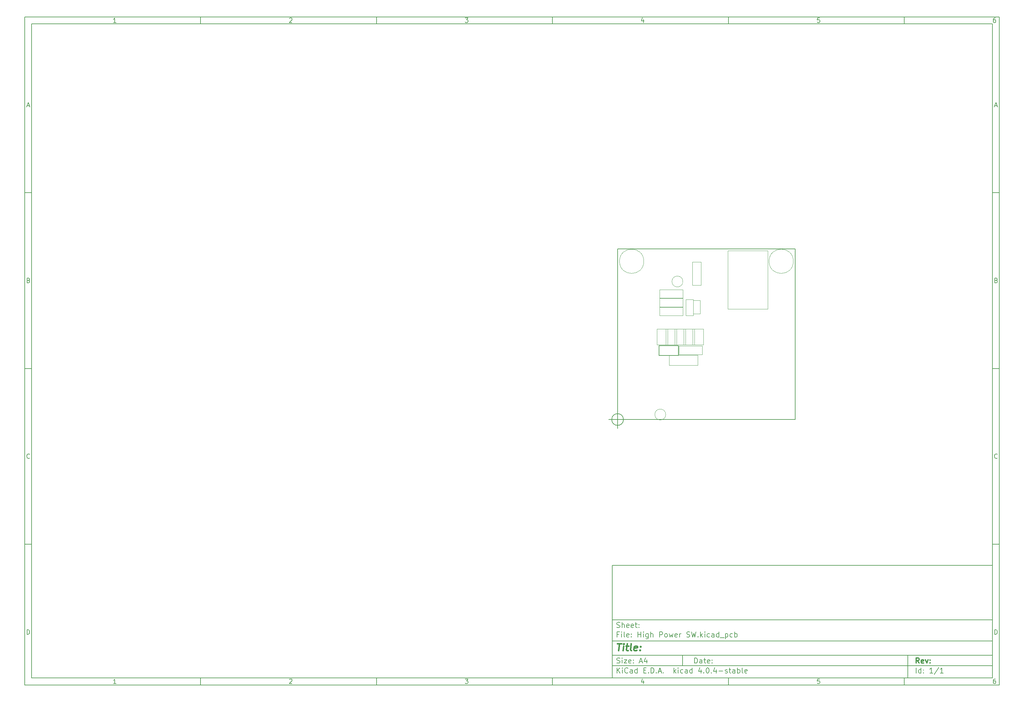
<source format=gbr>
G04 #@! TF.FileFunction,Other,User*
%FSLAX46Y46*%
G04 Gerber Fmt 4.6, Leading zero omitted, Abs format (unit mm)*
G04 Created by KiCad (PCBNEW 4.0.4-stable) date 11/23/16 08:14:28*
%MOMM*%
%LPD*%
G01*
G04 APERTURE LIST*
%ADD10C,0.100000*%
%ADD11C,0.150000*%
%ADD12C,0.300000*%
%ADD13C,0.400000*%
%ADD14C,0.050000*%
G04 APERTURE END LIST*
D10*
D11*
X177002200Y-166007200D02*
X177002200Y-198007200D01*
X285002200Y-198007200D01*
X285002200Y-166007200D01*
X177002200Y-166007200D01*
D10*
D11*
X10000000Y-10000000D02*
X10000000Y-200007200D01*
X287002200Y-200007200D01*
X287002200Y-10000000D01*
X10000000Y-10000000D01*
D10*
D11*
X12000000Y-12000000D02*
X12000000Y-198007200D01*
X285002200Y-198007200D01*
X285002200Y-12000000D01*
X12000000Y-12000000D01*
D10*
D11*
X60000000Y-12000000D02*
X60000000Y-10000000D01*
D10*
D11*
X110000000Y-12000000D02*
X110000000Y-10000000D01*
D10*
D11*
X160000000Y-12000000D02*
X160000000Y-10000000D01*
D10*
D11*
X210000000Y-12000000D02*
X210000000Y-10000000D01*
D10*
D11*
X260000000Y-12000000D02*
X260000000Y-10000000D01*
D10*
D11*
X35990476Y-11588095D02*
X35247619Y-11588095D01*
X35619048Y-11588095D02*
X35619048Y-10288095D01*
X35495238Y-10473810D01*
X35371429Y-10597619D01*
X35247619Y-10659524D01*
D10*
D11*
X85247619Y-10411905D02*
X85309524Y-10350000D01*
X85433333Y-10288095D01*
X85742857Y-10288095D01*
X85866667Y-10350000D01*
X85928571Y-10411905D01*
X85990476Y-10535714D01*
X85990476Y-10659524D01*
X85928571Y-10845238D01*
X85185714Y-11588095D01*
X85990476Y-11588095D01*
D10*
D11*
X135185714Y-10288095D02*
X135990476Y-10288095D01*
X135557143Y-10783333D01*
X135742857Y-10783333D01*
X135866667Y-10845238D01*
X135928571Y-10907143D01*
X135990476Y-11030952D01*
X135990476Y-11340476D01*
X135928571Y-11464286D01*
X135866667Y-11526190D01*
X135742857Y-11588095D01*
X135371429Y-11588095D01*
X135247619Y-11526190D01*
X135185714Y-11464286D01*
D10*
D11*
X185866667Y-10721429D02*
X185866667Y-11588095D01*
X185557143Y-10226190D02*
X185247619Y-11154762D01*
X186052381Y-11154762D01*
D10*
D11*
X235928571Y-10288095D02*
X235309524Y-10288095D01*
X235247619Y-10907143D01*
X235309524Y-10845238D01*
X235433333Y-10783333D01*
X235742857Y-10783333D01*
X235866667Y-10845238D01*
X235928571Y-10907143D01*
X235990476Y-11030952D01*
X235990476Y-11340476D01*
X235928571Y-11464286D01*
X235866667Y-11526190D01*
X235742857Y-11588095D01*
X235433333Y-11588095D01*
X235309524Y-11526190D01*
X235247619Y-11464286D01*
D10*
D11*
X285866667Y-10288095D02*
X285619048Y-10288095D01*
X285495238Y-10350000D01*
X285433333Y-10411905D01*
X285309524Y-10597619D01*
X285247619Y-10845238D01*
X285247619Y-11340476D01*
X285309524Y-11464286D01*
X285371429Y-11526190D01*
X285495238Y-11588095D01*
X285742857Y-11588095D01*
X285866667Y-11526190D01*
X285928571Y-11464286D01*
X285990476Y-11340476D01*
X285990476Y-11030952D01*
X285928571Y-10907143D01*
X285866667Y-10845238D01*
X285742857Y-10783333D01*
X285495238Y-10783333D01*
X285371429Y-10845238D01*
X285309524Y-10907143D01*
X285247619Y-11030952D01*
D10*
D11*
X60000000Y-198007200D02*
X60000000Y-200007200D01*
D10*
D11*
X110000000Y-198007200D02*
X110000000Y-200007200D01*
D10*
D11*
X160000000Y-198007200D02*
X160000000Y-200007200D01*
D10*
D11*
X210000000Y-198007200D02*
X210000000Y-200007200D01*
D10*
D11*
X260000000Y-198007200D02*
X260000000Y-200007200D01*
D10*
D11*
X35990476Y-199595295D02*
X35247619Y-199595295D01*
X35619048Y-199595295D02*
X35619048Y-198295295D01*
X35495238Y-198481010D01*
X35371429Y-198604819D01*
X35247619Y-198666724D01*
D10*
D11*
X85247619Y-198419105D02*
X85309524Y-198357200D01*
X85433333Y-198295295D01*
X85742857Y-198295295D01*
X85866667Y-198357200D01*
X85928571Y-198419105D01*
X85990476Y-198542914D01*
X85990476Y-198666724D01*
X85928571Y-198852438D01*
X85185714Y-199595295D01*
X85990476Y-199595295D01*
D10*
D11*
X135185714Y-198295295D02*
X135990476Y-198295295D01*
X135557143Y-198790533D01*
X135742857Y-198790533D01*
X135866667Y-198852438D01*
X135928571Y-198914343D01*
X135990476Y-199038152D01*
X135990476Y-199347676D01*
X135928571Y-199471486D01*
X135866667Y-199533390D01*
X135742857Y-199595295D01*
X135371429Y-199595295D01*
X135247619Y-199533390D01*
X135185714Y-199471486D01*
D10*
D11*
X185866667Y-198728629D02*
X185866667Y-199595295D01*
X185557143Y-198233390D02*
X185247619Y-199161962D01*
X186052381Y-199161962D01*
D10*
D11*
X235928571Y-198295295D02*
X235309524Y-198295295D01*
X235247619Y-198914343D01*
X235309524Y-198852438D01*
X235433333Y-198790533D01*
X235742857Y-198790533D01*
X235866667Y-198852438D01*
X235928571Y-198914343D01*
X235990476Y-199038152D01*
X235990476Y-199347676D01*
X235928571Y-199471486D01*
X235866667Y-199533390D01*
X235742857Y-199595295D01*
X235433333Y-199595295D01*
X235309524Y-199533390D01*
X235247619Y-199471486D01*
D10*
D11*
X285866667Y-198295295D02*
X285619048Y-198295295D01*
X285495238Y-198357200D01*
X285433333Y-198419105D01*
X285309524Y-198604819D01*
X285247619Y-198852438D01*
X285247619Y-199347676D01*
X285309524Y-199471486D01*
X285371429Y-199533390D01*
X285495238Y-199595295D01*
X285742857Y-199595295D01*
X285866667Y-199533390D01*
X285928571Y-199471486D01*
X285990476Y-199347676D01*
X285990476Y-199038152D01*
X285928571Y-198914343D01*
X285866667Y-198852438D01*
X285742857Y-198790533D01*
X285495238Y-198790533D01*
X285371429Y-198852438D01*
X285309524Y-198914343D01*
X285247619Y-199038152D01*
D10*
D11*
X10000000Y-60000000D02*
X12000000Y-60000000D01*
D10*
D11*
X10000000Y-110000000D02*
X12000000Y-110000000D01*
D10*
D11*
X10000000Y-160000000D02*
X12000000Y-160000000D01*
D10*
D11*
X10690476Y-35216667D02*
X11309524Y-35216667D01*
X10566667Y-35588095D02*
X11000000Y-34288095D01*
X11433333Y-35588095D01*
D10*
D11*
X11092857Y-84907143D02*
X11278571Y-84969048D01*
X11340476Y-85030952D01*
X11402381Y-85154762D01*
X11402381Y-85340476D01*
X11340476Y-85464286D01*
X11278571Y-85526190D01*
X11154762Y-85588095D01*
X10659524Y-85588095D01*
X10659524Y-84288095D01*
X11092857Y-84288095D01*
X11216667Y-84350000D01*
X11278571Y-84411905D01*
X11340476Y-84535714D01*
X11340476Y-84659524D01*
X11278571Y-84783333D01*
X11216667Y-84845238D01*
X11092857Y-84907143D01*
X10659524Y-84907143D01*
D10*
D11*
X11402381Y-135464286D02*
X11340476Y-135526190D01*
X11154762Y-135588095D01*
X11030952Y-135588095D01*
X10845238Y-135526190D01*
X10721429Y-135402381D01*
X10659524Y-135278571D01*
X10597619Y-135030952D01*
X10597619Y-134845238D01*
X10659524Y-134597619D01*
X10721429Y-134473810D01*
X10845238Y-134350000D01*
X11030952Y-134288095D01*
X11154762Y-134288095D01*
X11340476Y-134350000D01*
X11402381Y-134411905D01*
D10*
D11*
X10659524Y-185588095D02*
X10659524Y-184288095D01*
X10969048Y-184288095D01*
X11154762Y-184350000D01*
X11278571Y-184473810D01*
X11340476Y-184597619D01*
X11402381Y-184845238D01*
X11402381Y-185030952D01*
X11340476Y-185278571D01*
X11278571Y-185402381D01*
X11154762Y-185526190D01*
X10969048Y-185588095D01*
X10659524Y-185588095D01*
D10*
D11*
X287002200Y-60000000D02*
X285002200Y-60000000D01*
D10*
D11*
X287002200Y-110000000D02*
X285002200Y-110000000D01*
D10*
D11*
X287002200Y-160000000D02*
X285002200Y-160000000D01*
D10*
D11*
X285692676Y-35216667D02*
X286311724Y-35216667D01*
X285568867Y-35588095D02*
X286002200Y-34288095D01*
X286435533Y-35588095D01*
D10*
D11*
X286095057Y-84907143D02*
X286280771Y-84969048D01*
X286342676Y-85030952D01*
X286404581Y-85154762D01*
X286404581Y-85340476D01*
X286342676Y-85464286D01*
X286280771Y-85526190D01*
X286156962Y-85588095D01*
X285661724Y-85588095D01*
X285661724Y-84288095D01*
X286095057Y-84288095D01*
X286218867Y-84350000D01*
X286280771Y-84411905D01*
X286342676Y-84535714D01*
X286342676Y-84659524D01*
X286280771Y-84783333D01*
X286218867Y-84845238D01*
X286095057Y-84907143D01*
X285661724Y-84907143D01*
D10*
D11*
X286404581Y-135464286D02*
X286342676Y-135526190D01*
X286156962Y-135588095D01*
X286033152Y-135588095D01*
X285847438Y-135526190D01*
X285723629Y-135402381D01*
X285661724Y-135278571D01*
X285599819Y-135030952D01*
X285599819Y-134845238D01*
X285661724Y-134597619D01*
X285723629Y-134473810D01*
X285847438Y-134350000D01*
X286033152Y-134288095D01*
X286156962Y-134288095D01*
X286342676Y-134350000D01*
X286404581Y-134411905D01*
D10*
D11*
X285661724Y-185588095D02*
X285661724Y-184288095D01*
X285971248Y-184288095D01*
X286156962Y-184350000D01*
X286280771Y-184473810D01*
X286342676Y-184597619D01*
X286404581Y-184845238D01*
X286404581Y-185030952D01*
X286342676Y-185278571D01*
X286280771Y-185402381D01*
X286156962Y-185526190D01*
X285971248Y-185588095D01*
X285661724Y-185588095D01*
D10*
D11*
X200359343Y-193785771D02*
X200359343Y-192285771D01*
X200716486Y-192285771D01*
X200930771Y-192357200D01*
X201073629Y-192500057D01*
X201145057Y-192642914D01*
X201216486Y-192928629D01*
X201216486Y-193142914D01*
X201145057Y-193428629D01*
X201073629Y-193571486D01*
X200930771Y-193714343D01*
X200716486Y-193785771D01*
X200359343Y-193785771D01*
X202502200Y-193785771D02*
X202502200Y-193000057D01*
X202430771Y-192857200D01*
X202287914Y-192785771D01*
X202002200Y-192785771D01*
X201859343Y-192857200D01*
X202502200Y-193714343D02*
X202359343Y-193785771D01*
X202002200Y-193785771D01*
X201859343Y-193714343D01*
X201787914Y-193571486D01*
X201787914Y-193428629D01*
X201859343Y-193285771D01*
X202002200Y-193214343D01*
X202359343Y-193214343D01*
X202502200Y-193142914D01*
X203002200Y-192785771D02*
X203573629Y-192785771D01*
X203216486Y-192285771D02*
X203216486Y-193571486D01*
X203287914Y-193714343D01*
X203430772Y-193785771D01*
X203573629Y-193785771D01*
X204645057Y-193714343D02*
X204502200Y-193785771D01*
X204216486Y-193785771D01*
X204073629Y-193714343D01*
X204002200Y-193571486D01*
X204002200Y-193000057D01*
X204073629Y-192857200D01*
X204216486Y-192785771D01*
X204502200Y-192785771D01*
X204645057Y-192857200D01*
X204716486Y-193000057D01*
X204716486Y-193142914D01*
X204002200Y-193285771D01*
X205359343Y-193642914D02*
X205430771Y-193714343D01*
X205359343Y-193785771D01*
X205287914Y-193714343D01*
X205359343Y-193642914D01*
X205359343Y-193785771D01*
X205359343Y-192857200D02*
X205430771Y-192928629D01*
X205359343Y-193000057D01*
X205287914Y-192928629D01*
X205359343Y-192857200D01*
X205359343Y-193000057D01*
D10*
D11*
X177002200Y-194507200D02*
X285002200Y-194507200D01*
D10*
D11*
X178359343Y-196585771D02*
X178359343Y-195085771D01*
X179216486Y-196585771D02*
X178573629Y-195728629D01*
X179216486Y-195085771D02*
X178359343Y-195942914D01*
X179859343Y-196585771D02*
X179859343Y-195585771D01*
X179859343Y-195085771D02*
X179787914Y-195157200D01*
X179859343Y-195228629D01*
X179930771Y-195157200D01*
X179859343Y-195085771D01*
X179859343Y-195228629D01*
X181430772Y-196442914D02*
X181359343Y-196514343D01*
X181145057Y-196585771D01*
X181002200Y-196585771D01*
X180787915Y-196514343D01*
X180645057Y-196371486D01*
X180573629Y-196228629D01*
X180502200Y-195942914D01*
X180502200Y-195728629D01*
X180573629Y-195442914D01*
X180645057Y-195300057D01*
X180787915Y-195157200D01*
X181002200Y-195085771D01*
X181145057Y-195085771D01*
X181359343Y-195157200D01*
X181430772Y-195228629D01*
X182716486Y-196585771D02*
X182716486Y-195800057D01*
X182645057Y-195657200D01*
X182502200Y-195585771D01*
X182216486Y-195585771D01*
X182073629Y-195657200D01*
X182716486Y-196514343D02*
X182573629Y-196585771D01*
X182216486Y-196585771D01*
X182073629Y-196514343D01*
X182002200Y-196371486D01*
X182002200Y-196228629D01*
X182073629Y-196085771D01*
X182216486Y-196014343D01*
X182573629Y-196014343D01*
X182716486Y-195942914D01*
X184073629Y-196585771D02*
X184073629Y-195085771D01*
X184073629Y-196514343D02*
X183930772Y-196585771D01*
X183645058Y-196585771D01*
X183502200Y-196514343D01*
X183430772Y-196442914D01*
X183359343Y-196300057D01*
X183359343Y-195871486D01*
X183430772Y-195728629D01*
X183502200Y-195657200D01*
X183645058Y-195585771D01*
X183930772Y-195585771D01*
X184073629Y-195657200D01*
X185930772Y-195800057D02*
X186430772Y-195800057D01*
X186645058Y-196585771D02*
X185930772Y-196585771D01*
X185930772Y-195085771D01*
X186645058Y-195085771D01*
X187287915Y-196442914D02*
X187359343Y-196514343D01*
X187287915Y-196585771D01*
X187216486Y-196514343D01*
X187287915Y-196442914D01*
X187287915Y-196585771D01*
X188002201Y-196585771D02*
X188002201Y-195085771D01*
X188359344Y-195085771D01*
X188573629Y-195157200D01*
X188716487Y-195300057D01*
X188787915Y-195442914D01*
X188859344Y-195728629D01*
X188859344Y-195942914D01*
X188787915Y-196228629D01*
X188716487Y-196371486D01*
X188573629Y-196514343D01*
X188359344Y-196585771D01*
X188002201Y-196585771D01*
X189502201Y-196442914D02*
X189573629Y-196514343D01*
X189502201Y-196585771D01*
X189430772Y-196514343D01*
X189502201Y-196442914D01*
X189502201Y-196585771D01*
X190145058Y-196157200D02*
X190859344Y-196157200D01*
X190002201Y-196585771D02*
X190502201Y-195085771D01*
X191002201Y-196585771D01*
X191502201Y-196442914D02*
X191573629Y-196514343D01*
X191502201Y-196585771D01*
X191430772Y-196514343D01*
X191502201Y-196442914D01*
X191502201Y-196585771D01*
X194502201Y-196585771D02*
X194502201Y-195085771D01*
X194645058Y-196014343D02*
X195073629Y-196585771D01*
X195073629Y-195585771D02*
X194502201Y-196157200D01*
X195716487Y-196585771D02*
X195716487Y-195585771D01*
X195716487Y-195085771D02*
X195645058Y-195157200D01*
X195716487Y-195228629D01*
X195787915Y-195157200D01*
X195716487Y-195085771D01*
X195716487Y-195228629D01*
X197073630Y-196514343D02*
X196930773Y-196585771D01*
X196645059Y-196585771D01*
X196502201Y-196514343D01*
X196430773Y-196442914D01*
X196359344Y-196300057D01*
X196359344Y-195871486D01*
X196430773Y-195728629D01*
X196502201Y-195657200D01*
X196645059Y-195585771D01*
X196930773Y-195585771D01*
X197073630Y-195657200D01*
X198359344Y-196585771D02*
X198359344Y-195800057D01*
X198287915Y-195657200D01*
X198145058Y-195585771D01*
X197859344Y-195585771D01*
X197716487Y-195657200D01*
X198359344Y-196514343D02*
X198216487Y-196585771D01*
X197859344Y-196585771D01*
X197716487Y-196514343D01*
X197645058Y-196371486D01*
X197645058Y-196228629D01*
X197716487Y-196085771D01*
X197859344Y-196014343D01*
X198216487Y-196014343D01*
X198359344Y-195942914D01*
X199716487Y-196585771D02*
X199716487Y-195085771D01*
X199716487Y-196514343D02*
X199573630Y-196585771D01*
X199287916Y-196585771D01*
X199145058Y-196514343D01*
X199073630Y-196442914D01*
X199002201Y-196300057D01*
X199002201Y-195871486D01*
X199073630Y-195728629D01*
X199145058Y-195657200D01*
X199287916Y-195585771D01*
X199573630Y-195585771D01*
X199716487Y-195657200D01*
X202216487Y-195585771D02*
X202216487Y-196585771D01*
X201859344Y-195014343D02*
X201502201Y-196085771D01*
X202430773Y-196085771D01*
X203002201Y-196442914D02*
X203073629Y-196514343D01*
X203002201Y-196585771D01*
X202930772Y-196514343D01*
X203002201Y-196442914D01*
X203002201Y-196585771D01*
X204002201Y-195085771D02*
X204145058Y-195085771D01*
X204287915Y-195157200D01*
X204359344Y-195228629D01*
X204430773Y-195371486D01*
X204502201Y-195657200D01*
X204502201Y-196014343D01*
X204430773Y-196300057D01*
X204359344Y-196442914D01*
X204287915Y-196514343D01*
X204145058Y-196585771D01*
X204002201Y-196585771D01*
X203859344Y-196514343D01*
X203787915Y-196442914D01*
X203716487Y-196300057D01*
X203645058Y-196014343D01*
X203645058Y-195657200D01*
X203716487Y-195371486D01*
X203787915Y-195228629D01*
X203859344Y-195157200D01*
X204002201Y-195085771D01*
X205145058Y-196442914D02*
X205216486Y-196514343D01*
X205145058Y-196585771D01*
X205073629Y-196514343D01*
X205145058Y-196442914D01*
X205145058Y-196585771D01*
X206502201Y-195585771D02*
X206502201Y-196585771D01*
X206145058Y-195014343D02*
X205787915Y-196085771D01*
X206716487Y-196085771D01*
X207287915Y-196014343D02*
X208430772Y-196014343D01*
X209073629Y-196514343D02*
X209216486Y-196585771D01*
X209502201Y-196585771D01*
X209645058Y-196514343D01*
X209716486Y-196371486D01*
X209716486Y-196300057D01*
X209645058Y-196157200D01*
X209502201Y-196085771D01*
X209287915Y-196085771D01*
X209145058Y-196014343D01*
X209073629Y-195871486D01*
X209073629Y-195800057D01*
X209145058Y-195657200D01*
X209287915Y-195585771D01*
X209502201Y-195585771D01*
X209645058Y-195657200D01*
X210145058Y-195585771D02*
X210716487Y-195585771D01*
X210359344Y-195085771D02*
X210359344Y-196371486D01*
X210430772Y-196514343D01*
X210573630Y-196585771D01*
X210716487Y-196585771D01*
X211859344Y-196585771D02*
X211859344Y-195800057D01*
X211787915Y-195657200D01*
X211645058Y-195585771D01*
X211359344Y-195585771D01*
X211216487Y-195657200D01*
X211859344Y-196514343D02*
X211716487Y-196585771D01*
X211359344Y-196585771D01*
X211216487Y-196514343D01*
X211145058Y-196371486D01*
X211145058Y-196228629D01*
X211216487Y-196085771D01*
X211359344Y-196014343D01*
X211716487Y-196014343D01*
X211859344Y-195942914D01*
X212573630Y-196585771D02*
X212573630Y-195085771D01*
X212573630Y-195657200D02*
X212716487Y-195585771D01*
X213002201Y-195585771D01*
X213145058Y-195657200D01*
X213216487Y-195728629D01*
X213287916Y-195871486D01*
X213287916Y-196300057D01*
X213216487Y-196442914D01*
X213145058Y-196514343D01*
X213002201Y-196585771D01*
X212716487Y-196585771D01*
X212573630Y-196514343D01*
X214145059Y-196585771D02*
X214002201Y-196514343D01*
X213930773Y-196371486D01*
X213930773Y-195085771D01*
X215287915Y-196514343D02*
X215145058Y-196585771D01*
X214859344Y-196585771D01*
X214716487Y-196514343D01*
X214645058Y-196371486D01*
X214645058Y-195800057D01*
X214716487Y-195657200D01*
X214859344Y-195585771D01*
X215145058Y-195585771D01*
X215287915Y-195657200D01*
X215359344Y-195800057D01*
X215359344Y-195942914D01*
X214645058Y-196085771D01*
D10*
D11*
X177002200Y-191507200D02*
X285002200Y-191507200D01*
D10*
D12*
X264216486Y-193785771D02*
X263716486Y-193071486D01*
X263359343Y-193785771D02*
X263359343Y-192285771D01*
X263930771Y-192285771D01*
X264073629Y-192357200D01*
X264145057Y-192428629D01*
X264216486Y-192571486D01*
X264216486Y-192785771D01*
X264145057Y-192928629D01*
X264073629Y-193000057D01*
X263930771Y-193071486D01*
X263359343Y-193071486D01*
X265430771Y-193714343D02*
X265287914Y-193785771D01*
X265002200Y-193785771D01*
X264859343Y-193714343D01*
X264787914Y-193571486D01*
X264787914Y-193000057D01*
X264859343Y-192857200D01*
X265002200Y-192785771D01*
X265287914Y-192785771D01*
X265430771Y-192857200D01*
X265502200Y-193000057D01*
X265502200Y-193142914D01*
X264787914Y-193285771D01*
X266002200Y-192785771D02*
X266359343Y-193785771D01*
X266716485Y-192785771D01*
X267287914Y-193642914D02*
X267359342Y-193714343D01*
X267287914Y-193785771D01*
X267216485Y-193714343D01*
X267287914Y-193642914D01*
X267287914Y-193785771D01*
X267287914Y-192857200D02*
X267359342Y-192928629D01*
X267287914Y-193000057D01*
X267216485Y-192928629D01*
X267287914Y-192857200D01*
X267287914Y-193000057D01*
D10*
D11*
X178287914Y-193714343D02*
X178502200Y-193785771D01*
X178859343Y-193785771D01*
X179002200Y-193714343D01*
X179073629Y-193642914D01*
X179145057Y-193500057D01*
X179145057Y-193357200D01*
X179073629Y-193214343D01*
X179002200Y-193142914D01*
X178859343Y-193071486D01*
X178573629Y-193000057D01*
X178430771Y-192928629D01*
X178359343Y-192857200D01*
X178287914Y-192714343D01*
X178287914Y-192571486D01*
X178359343Y-192428629D01*
X178430771Y-192357200D01*
X178573629Y-192285771D01*
X178930771Y-192285771D01*
X179145057Y-192357200D01*
X179787914Y-193785771D02*
X179787914Y-192785771D01*
X179787914Y-192285771D02*
X179716485Y-192357200D01*
X179787914Y-192428629D01*
X179859342Y-192357200D01*
X179787914Y-192285771D01*
X179787914Y-192428629D01*
X180359343Y-192785771D02*
X181145057Y-192785771D01*
X180359343Y-193785771D01*
X181145057Y-193785771D01*
X182287914Y-193714343D02*
X182145057Y-193785771D01*
X181859343Y-193785771D01*
X181716486Y-193714343D01*
X181645057Y-193571486D01*
X181645057Y-193000057D01*
X181716486Y-192857200D01*
X181859343Y-192785771D01*
X182145057Y-192785771D01*
X182287914Y-192857200D01*
X182359343Y-193000057D01*
X182359343Y-193142914D01*
X181645057Y-193285771D01*
X183002200Y-193642914D02*
X183073628Y-193714343D01*
X183002200Y-193785771D01*
X182930771Y-193714343D01*
X183002200Y-193642914D01*
X183002200Y-193785771D01*
X183002200Y-192857200D02*
X183073628Y-192928629D01*
X183002200Y-193000057D01*
X182930771Y-192928629D01*
X183002200Y-192857200D01*
X183002200Y-193000057D01*
X184787914Y-193357200D02*
X185502200Y-193357200D01*
X184645057Y-193785771D02*
X185145057Y-192285771D01*
X185645057Y-193785771D01*
X186787914Y-192785771D02*
X186787914Y-193785771D01*
X186430771Y-192214343D02*
X186073628Y-193285771D01*
X187002200Y-193285771D01*
D10*
D11*
X263359343Y-196585771D02*
X263359343Y-195085771D01*
X264716486Y-196585771D02*
X264716486Y-195085771D01*
X264716486Y-196514343D02*
X264573629Y-196585771D01*
X264287915Y-196585771D01*
X264145057Y-196514343D01*
X264073629Y-196442914D01*
X264002200Y-196300057D01*
X264002200Y-195871486D01*
X264073629Y-195728629D01*
X264145057Y-195657200D01*
X264287915Y-195585771D01*
X264573629Y-195585771D01*
X264716486Y-195657200D01*
X265430772Y-196442914D02*
X265502200Y-196514343D01*
X265430772Y-196585771D01*
X265359343Y-196514343D01*
X265430772Y-196442914D01*
X265430772Y-196585771D01*
X265430772Y-195657200D02*
X265502200Y-195728629D01*
X265430772Y-195800057D01*
X265359343Y-195728629D01*
X265430772Y-195657200D01*
X265430772Y-195800057D01*
X268073629Y-196585771D02*
X267216486Y-196585771D01*
X267645058Y-196585771D02*
X267645058Y-195085771D01*
X267502201Y-195300057D01*
X267359343Y-195442914D01*
X267216486Y-195514343D01*
X269787914Y-195014343D02*
X268502200Y-196942914D01*
X271073629Y-196585771D02*
X270216486Y-196585771D01*
X270645058Y-196585771D02*
X270645058Y-195085771D01*
X270502201Y-195300057D01*
X270359343Y-195442914D01*
X270216486Y-195514343D01*
D10*
D11*
X177002200Y-187507200D02*
X285002200Y-187507200D01*
D10*
D13*
X178454581Y-188211962D02*
X179597438Y-188211962D01*
X178776010Y-190211962D02*
X179026010Y-188211962D01*
X180014105Y-190211962D02*
X180180771Y-188878629D01*
X180264105Y-188211962D02*
X180156962Y-188307200D01*
X180240295Y-188402438D01*
X180347439Y-188307200D01*
X180264105Y-188211962D01*
X180240295Y-188402438D01*
X180847438Y-188878629D02*
X181609343Y-188878629D01*
X181216486Y-188211962D02*
X181002200Y-189926248D01*
X181073630Y-190116724D01*
X181252201Y-190211962D01*
X181442677Y-190211962D01*
X182395058Y-190211962D02*
X182216487Y-190116724D01*
X182145057Y-189926248D01*
X182359343Y-188211962D01*
X183930772Y-190116724D02*
X183728391Y-190211962D01*
X183347439Y-190211962D01*
X183168867Y-190116724D01*
X183097438Y-189926248D01*
X183192676Y-189164343D01*
X183311724Y-188973867D01*
X183514105Y-188878629D01*
X183895057Y-188878629D01*
X184073629Y-188973867D01*
X184145057Y-189164343D01*
X184121248Y-189354819D01*
X183145057Y-189545295D01*
X184895057Y-190021486D02*
X184978392Y-190116724D01*
X184871248Y-190211962D01*
X184787915Y-190116724D01*
X184895057Y-190021486D01*
X184871248Y-190211962D01*
X185026010Y-188973867D02*
X185109344Y-189069105D01*
X185002200Y-189164343D01*
X184918867Y-189069105D01*
X185026010Y-188973867D01*
X185002200Y-189164343D01*
D10*
D11*
X178859343Y-185600057D02*
X178359343Y-185600057D01*
X178359343Y-186385771D02*
X178359343Y-184885771D01*
X179073629Y-184885771D01*
X179645057Y-186385771D02*
X179645057Y-185385771D01*
X179645057Y-184885771D02*
X179573628Y-184957200D01*
X179645057Y-185028629D01*
X179716485Y-184957200D01*
X179645057Y-184885771D01*
X179645057Y-185028629D01*
X180573629Y-186385771D02*
X180430771Y-186314343D01*
X180359343Y-186171486D01*
X180359343Y-184885771D01*
X181716485Y-186314343D02*
X181573628Y-186385771D01*
X181287914Y-186385771D01*
X181145057Y-186314343D01*
X181073628Y-186171486D01*
X181073628Y-185600057D01*
X181145057Y-185457200D01*
X181287914Y-185385771D01*
X181573628Y-185385771D01*
X181716485Y-185457200D01*
X181787914Y-185600057D01*
X181787914Y-185742914D01*
X181073628Y-185885771D01*
X182430771Y-186242914D02*
X182502199Y-186314343D01*
X182430771Y-186385771D01*
X182359342Y-186314343D01*
X182430771Y-186242914D01*
X182430771Y-186385771D01*
X182430771Y-185457200D02*
X182502199Y-185528629D01*
X182430771Y-185600057D01*
X182359342Y-185528629D01*
X182430771Y-185457200D01*
X182430771Y-185600057D01*
X184287914Y-186385771D02*
X184287914Y-184885771D01*
X184287914Y-185600057D02*
X185145057Y-185600057D01*
X185145057Y-186385771D02*
X185145057Y-184885771D01*
X185859343Y-186385771D02*
X185859343Y-185385771D01*
X185859343Y-184885771D02*
X185787914Y-184957200D01*
X185859343Y-185028629D01*
X185930771Y-184957200D01*
X185859343Y-184885771D01*
X185859343Y-185028629D01*
X187216486Y-185385771D02*
X187216486Y-186600057D01*
X187145057Y-186742914D01*
X187073629Y-186814343D01*
X186930772Y-186885771D01*
X186716486Y-186885771D01*
X186573629Y-186814343D01*
X187216486Y-186314343D02*
X187073629Y-186385771D01*
X186787915Y-186385771D01*
X186645057Y-186314343D01*
X186573629Y-186242914D01*
X186502200Y-186100057D01*
X186502200Y-185671486D01*
X186573629Y-185528629D01*
X186645057Y-185457200D01*
X186787915Y-185385771D01*
X187073629Y-185385771D01*
X187216486Y-185457200D01*
X187930772Y-186385771D02*
X187930772Y-184885771D01*
X188573629Y-186385771D02*
X188573629Y-185600057D01*
X188502200Y-185457200D01*
X188359343Y-185385771D01*
X188145058Y-185385771D01*
X188002200Y-185457200D01*
X187930772Y-185528629D01*
X190430772Y-186385771D02*
X190430772Y-184885771D01*
X191002200Y-184885771D01*
X191145058Y-184957200D01*
X191216486Y-185028629D01*
X191287915Y-185171486D01*
X191287915Y-185385771D01*
X191216486Y-185528629D01*
X191145058Y-185600057D01*
X191002200Y-185671486D01*
X190430772Y-185671486D01*
X192145058Y-186385771D02*
X192002200Y-186314343D01*
X191930772Y-186242914D01*
X191859343Y-186100057D01*
X191859343Y-185671486D01*
X191930772Y-185528629D01*
X192002200Y-185457200D01*
X192145058Y-185385771D01*
X192359343Y-185385771D01*
X192502200Y-185457200D01*
X192573629Y-185528629D01*
X192645058Y-185671486D01*
X192645058Y-186100057D01*
X192573629Y-186242914D01*
X192502200Y-186314343D01*
X192359343Y-186385771D01*
X192145058Y-186385771D01*
X193145058Y-185385771D02*
X193430772Y-186385771D01*
X193716486Y-185671486D01*
X194002201Y-186385771D01*
X194287915Y-185385771D01*
X195430772Y-186314343D02*
X195287915Y-186385771D01*
X195002201Y-186385771D01*
X194859344Y-186314343D01*
X194787915Y-186171486D01*
X194787915Y-185600057D01*
X194859344Y-185457200D01*
X195002201Y-185385771D01*
X195287915Y-185385771D01*
X195430772Y-185457200D01*
X195502201Y-185600057D01*
X195502201Y-185742914D01*
X194787915Y-185885771D01*
X196145058Y-186385771D02*
X196145058Y-185385771D01*
X196145058Y-185671486D02*
X196216486Y-185528629D01*
X196287915Y-185457200D01*
X196430772Y-185385771D01*
X196573629Y-185385771D01*
X198145057Y-186314343D02*
X198359343Y-186385771D01*
X198716486Y-186385771D01*
X198859343Y-186314343D01*
X198930772Y-186242914D01*
X199002200Y-186100057D01*
X199002200Y-185957200D01*
X198930772Y-185814343D01*
X198859343Y-185742914D01*
X198716486Y-185671486D01*
X198430772Y-185600057D01*
X198287914Y-185528629D01*
X198216486Y-185457200D01*
X198145057Y-185314343D01*
X198145057Y-185171486D01*
X198216486Y-185028629D01*
X198287914Y-184957200D01*
X198430772Y-184885771D01*
X198787914Y-184885771D01*
X199002200Y-184957200D01*
X199502200Y-184885771D02*
X199859343Y-186385771D01*
X200145057Y-185314343D01*
X200430771Y-186385771D01*
X200787914Y-184885771D01*
X201359343Y-186242914D02*
X201430771Y-186314343D01*
X201359343Y-186385771D01*
X201287914Y-186314343D01*
X201359343Y-186242914D01*
X201359343Y-186385771D01*
X202073629Y-186385771D02*
X202073629Y-184885771D01*
X202216486Y-185814343D02*
X202645057Y-186385771D01*
X202645057Y-185385771D02*
X202073629Y-185957200D01*
X203287915Y-186385771D02*
X203287915Y-185385771D01*
X203287915Y-184885771D02*
X203216486Y-184957200D01*
X203287915Y-185028629D01*
X203359343Y-184957200D01*
X203287915Y-184885771D01*
X203287915Y-185028629D01*
X204645058Y-186314343D02*
X204502201Y-186385771D01*
X204216487Y-186385771D01*
X204073629Y-186314343D01*
X204002201Y-186242914D01*
X203930772Y-186100057D01*
X203930772Y-185671486D01*
X204002201Y-185528629D01*
X204073629Y-185457200D01*
X204216487Y-185385771D01*
X204502201Y-185385771D01*
X204645058Y-185457200D01*
X205930772Y-186385771D02*
X205930772Y-185600057D01*
X205859343Y-185457200D01*
X205716486Y-185385771D01*
X205430772Y-185385771D01*
X205287915Y-185457200D01*
X205930772Y-186314343D02*
X205787915Y-186385771D01*
X205430772Y-186385771D01*
X205287915Y-186314343D01*
X205216486Y-186171486D01*
X205216486Y-186028629D01*
X205287915Y-185885771D01*
X205430772Y-185814343D01*
X205787915Y-185814343D01*
X205930772Y-185742914D01*
X207287915Y-186385771D02*
X207287915Y-184885771D01*
X207287915Y-186314343D02*
X207145058Y-186385771D01*
X206859344Y-186385771D01*
X206716486Y-186314343D01*
X206645058Y-186242914D01*
X206573629Y-186100057D01*
X206573629Y-185671486D01*
X206645058Y-185528629D01*
X206716486Y-185457200D01*
X206859344Y-185385771D01*
X207145058Y-185385771D01*
X207287915Y-185457200D01*
X207645058Y-186528629D02*
X208787915Y-186528629D01*
X209145058Y-185385771D02*
X209145058Y-186885771D01*
X209145058Y-185457200D02*
X209287915Y-185385771D01*
X209573629Y-185385771D01*
X209716486Y-185457200D01*
X209787915Y-185528629D01*
X209859344Y-185671486D01*
X209859344Y-186100057D01*
X209787915Y-186242914D01*
X209716486Y-186314343D01*
X209573629Y-186385771D01*
X209287915Y-186385771D01*
X209145058Y-186314343D01*
X211145058Y-186314343D02*
X211002201Y-186385771D01*
X210716487Y-186385771D01*
X210573629Y-186314343D01*
X210502201Y-186242914D01*
X210430772Y-186100057D01*
X210430772Y-185671486D01*
X210502201Y-185528629D01*
X210573629Y-185457200D01*
X210716487Y-185385771D01*
X211002201Y-185385771D01*
X211145058Y-185457200D01*
X211787915Y-186385771D02*
X211787915Y-184885771D01*
X211787915Y-185457200D02*
X211930772Y-185385771D01*
X212216486Y-185385771D01*
X212359343Y-185457200D01*
X212430772Y-185528629D01*
X212502201Y-185671486D01*
X212502201Y-186100057D01*
X212430772Y-186242914D01*
X212359343Y-186314343D01*
X212216486Y-186385771D01*
X211930772Y-186385771D01*
X211787915Y-186314343D01*
D10*
D11*
X177002200Y-181507200D02*
X285002200Y-181507200D01*
D10*
D11*
X178287914Y-183614343D02*
X178502200Y-183685771D01*
X178859343Y-183685771D01*
X179002200Y-183614343D01*
X179073629Y-183542914D01*
X179145057Y-183400057D01*
X179145057Y-183257200D01*
X179073629Y-183114343D01*
X179002200Y-183042914D01*
X178859343Y-182971486D01*
X178573629Y-182900057D01*
X178430771Y-182828629D01*
X178359343Y-182757200D01*
X178287914Y-182614343D01*
X178287914Y-182471486D01*
X178359343Y-182328629D01*
X178430771Y-182257200D01*
X178573629Y-182185771D01*
X178930771Y-182185771D01*
X179145057Y-182257200D01*
X179787914Y-183685771D02*
X179787914Y-182185771D01*
X180430771Y-183685771D02*
X180430771Y-182900057D01*
X180359342Y-182757200D01*
X180216485Y-182685771D01*
X180002200Y-182685771D01*
X179859342Y-182757200D01*
X179787914Y-182828629D01*
X181716485Y-183614343D02*
X181573628Y-183685771D01*
X181287914Y-183685771D01*
X181145057Y-183614343D01*
X181073628Y-183471486D01*
X181073628Y-182900057D01*
X181145057Y-182757200D01*
X181287914Y-182685771D01*
X181573628Y-182685771D01*
X181716485Y-182757200D01*
X181787914Y-182900057D01*
X181787914Y-183042914D01*
X181073628Y-183185771D01*
X183002199Y-183614343D02*
X182859342Y-183685771D01*
X182573628Y-183685771D01*
X182430771Y-183614343D01*
X182359342Y-183471486D01*
X182359342Y-182900057D01*
X182430771Y-182757200D01*
X182573628Y-182685771D01*
X182859342Y-182685771D01*
X183002199Y-182757200D01*
X183073628Y-182900057D01*
X183073628Y-183042914D01*
X182359342Y-183185771D01*
X183502199Y-182685771D02*
X184073628Y-182685771D01*
X183716485Y-182185771D02*
X183716485Y-183471486D01*
X183787913Y-183614343D01*
X183930771Y-183685771D01*
X184073628Y-183685771D01*
X184573628Y-183542914D02*
X184645056Y-183614343D01*
X184573628Y-183685771D01*
X184502199Y-183614343D01*
X184573628Y-183542914D01*
X184573628Y-183685771D01*
X184573628Y-182757200D02*
X184645056Y-182828629D01*
X184573628Y-182900057D01*
X184502199Y-182828629D01*
X184573628Y-182757200D01*
X184573628Y-182900057D01*
D10*
D11*
X197002200Y-191507200D02*
X197002200Y-194507200D01*
D10*
D11*
X261002200Y-191507200D02*
X261002200Y-198007200D01*
X180166666Y-124500000D02*
G75*
G03X180166666Y-124500000I-1666666J0D01*
G01*
X176000000Y-124500000D02*
X181000000Y-124500000D01*
X178500000Y-122000000D02*
X178500000Y-127000000D01*
X229000000Y-124500000D02*
X229000000Y-76000000D01*
X178500000Y-124500000D02*
X229000000Y-124500000D01*
X178500000Y-76000000D02*
X229000000Y-76000000D01*
X178500000Y-124500000D02*
X178500000Y-76000000D01*
D14*
X202550000Y-106000000D02*
X195950000Y-106000000D01*
X202550000Y-103600000D02*
X195950000Y-103600000D01*
X202550000Y-106000000D02*
X202550000Y-103600000D01*
X195950000Y-106000000D02*
X195950000Y-103600000D01*
X185950000Y-79500000D02*
G75*
G03X185950000Y-79500000I-3450000J0D01*
G01*
X228450000Y-79500000D02*
G75*
G03X228450000Y-79500000I-3450000J0D01*
G01*
X201950000Y-90600000D02*
X201950000Y-94400000D01*
X201950000Y-94400000D02*
X200050000Y-94400000D01*
X200050000Y-90600000D02*
X200050000Y-94400000D01*
X201950000Y-90600000D02*
X200050000Y-90600000D01*
X200000000Y-90400000D02*
X200000000Y-94900000D01*
X200000000Y-94900000D02*
X197900000Y-94900000D01*
X197900000Y-94900000D02*
X197900000Y-90400000D01*
X200000000Y-90400000D02*
X197900000Y-90400000D01*
X202200000Y-79700000D02*
X202200000Y-86300000D01*
X199800000Y-79700000D02*
X199800000Y-86300000D01*
X202200000Y-79700000D02*
X199800000Y-79700000D01*
X202200000Y-86300000D02*
X199800000Y-86300000D01*
X190450000Y-90050000D02*
X197050000Y-90050000D01*
X190450000Y-92450000D02*
X197050000Y-92450000D01*
X190450000Y-90050000D02*
X190450000Y-92450000D01*
X197050000Y-90050000D02*
X197050000Y-92450000D01*
X190450000Y-87550000D02*
X197050000Y-87550000D01*
X190450000Y-89950000D02*
X197050000Y-89950000D01*
X190450000Y-87550000D02*
X190450000Y-89950000D01*
X197050000Y-87550000D02*
X197050000Y-89950000D01*
X197050000Y-94950000D02*
X190450000Y-94950000D01*
X197050000Y-92550000D02*
X190450000Y-92550000D01*
X197050000Y-94950000D02*
X197050000Y-92550000D01*
X190450000Y-94950000D02*
X190450000Y-92550000D01*
X192180000Y-123080000D02*
G75*
G03X192180000Y-123080000I-1550000J0D01*
G01*
X197050000Y-85250000D02*
G75*
G03X197050000Y-85250000I-1550000J0D01*
G01*
X193150000Y-106200000D02*
X193150000Y-109100000D01*
X201250000Y-106200000D02*
X201250000Y-109100000D01*
X201250000Y-109100000D02*
X193150000Y-109100000D01*
X193150000Y-106200000D02*
X201250000Y-106200000D01*
X209850000Y-93100000D02*
X209850000Y-76450000D01*
X221150000Y-93100000D02*
X209850000Y-93100000D01*
X221150000Y-93100000D02*
X221150000Y-76450000D01*
X221150000Y-76450000D02*
X209850000Y-76450000D01*
D11*
X195800000Y-106300000D02*
X195800000Y-103500000D01*
X195800000Y-103500000D02*
X190300000Y-103500000D01*
X190300000Y-103500000D02*
X190300000Y-106300000D01*
X190300000Y-106300000D02*
X195800000Y-106300000D01*
D14*
X194780000Y-103275000D02*
X194780000Y-98775000D01*
X194780000Y-98775000D02*
X197780000Y-98775000D01*
X197780000Y-98775000D02*
X197780000Y-103275000D01*
X197780000Y-103275000D02*
X194780000Y-103275000D01*
X197320000Y-103275000D02*
X197320000Y-98775000D01*
X197320000Y-98775000D02*
X200320000Y-98775000D01*
X200320000Y-98775000D02*
X200320000Y-103275000D01*
X200320000Y-103275000D02*
X197320000Y-103275000D01*
X199860000Y-103275000D02*
X199860000Y-98775000D01*
X199860000Y-98775000D02*
X202860000Y-98775000D01*
X202860000Y-98775000D02*
X202860000Y-103275000D01*
X202860000Y-103275000D02*
X199860000Y-103275000D01*
X189700000Y-103275000D02*
X189700000Y-98775000D01*
X189700000Y-98775000D02*
X192700000Y-98775000D01*
X192700000Y-98775000D02*
X192700000Y-103275000D01*
X192700000Y-103275000D02*
X189700000Y-103275000D01*
X192240000Y-103275000D02*
X192240000Y-98775000D01*
X192240000Y-98775000D02*
X195240000Y-98775000D01*
X195240000Y-98775000D02*
X195240000Y-103275000D01*
X195240000Y-103275000D02*
X192240000Y-103275000D01*
M02*

</source>
